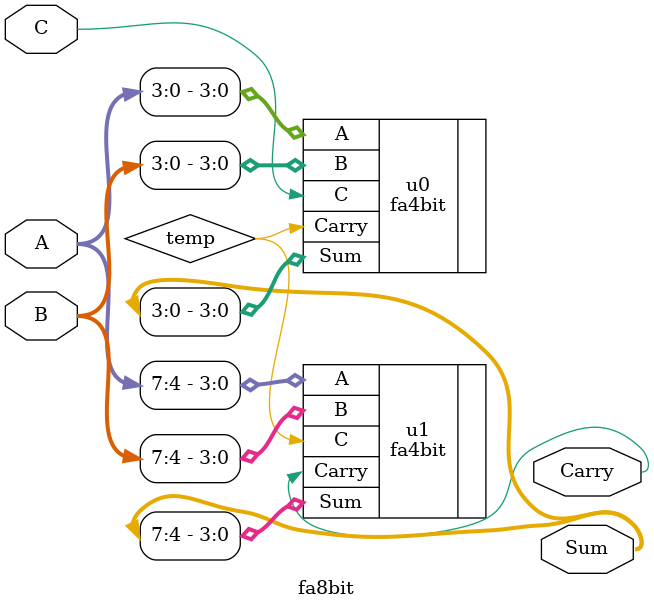
<source format=v>
module fa8bit(A,B,C,Sum,Carry);

   input[7:0]A,B;
   input     C;
   output [7:0] Sum;
   output 	Carry;

   wire temp;

   fa4bit u0(.A(A[3:0]),.B(B[3:0]),.C(C),.Sum(Sum[3:0]),.Carry(temp));

   fa4bit u1(.A(A[7:4]),.B(B[7:4]),.C(temp),.Sum(Sum[7:4]),.Carry(Carry));

endmodule   
   

</source>
